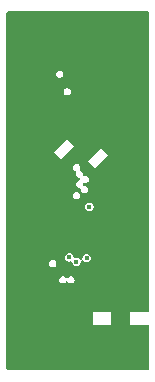
<source format=gbr>
%TF.GenerationSoftware,KiCad,Pcbnew,7.0.9-7.0.9~ubuntu22.04.1*%
%TF.CreationDate,2023-12-01T07:42:16+01:00*%
%TF.ProjectId,jetson-orin-baseboard,6a657473-6f6e-42d6-9f72-696e2d626173,1.1.1*%
%TF.SameCoordinates,Original*%
%TF.FileFunction,Copper,L2,Inr*%
%TF.FilePolarity,Positive*%
%FSLAX46Y46*%
G04 Gerber Fmt 4.6, Leading zero omitted, Abs format (unit mm)*
G04 Created by KiCad (PCBNEW 7.0.9-7.0.9~ubuntu22.04.1) date 2023-12-01 07:42:16*
%MOMM*%
%LPD*%
G01*
G04 APERTURE LIST*
%TA.AperFunction,ViaPad*%
%ADD10C,0.450000*%
%TD*%
G04 APERTURE END LIST*
D10*
%TO.N,GND*%
X91450000Y-102350000D03*
X91750000Y-108800000D03*
X94962501Y-117706675D03*
%TO.N,CSIA_FLG*%
X92272500Y-113200000D03*
%TO.N,CSIB_FLG*%
X92500000Y-108850000D03*
%TO.N,USBC0_FLG*%
X90800000Y-113150000D03*
%TO.N,USBC1_FLG*%
X91412000Y-113500000D03*
%TD*%
%TA.AperFunction,Conductor*%
%TO.N,GND*%
G36*
X97516621Y-92345502D02*
G01*
X97563114Y-92399158D01*
X97574500Y-92451500D01*
X97574500Y-117624000D01*
X97554498Y-117692121D01*
X97500842Y-117738614D01*
X97448500Y-117750000D01*
X95950000Y-117750000D01*
X95950000Y-118850000D01*
X97448500Y-118850000D01*
X97516621Y-118870002D01*
X97563114Y-118923658D01*
X97574500Y-118976000D01*
X97574500Y-122573500D01*
X97554498Y-122641621D01*
X97500842Y-122688114D01*
X97448500Y-122699500D01*
X85601500Y-122699500D01*
X85533379Y-122679498D01*
X85486886Y-122625842D01*
X85475500Y-122573500D01*
X85475500Y-117750000D01*
X92850000Y-117750000D01*
X92850000Y-118850000D01*
X94350000Y-118850000D01*
X94350000Y-117750000D01*
X92850000Y-117750000D01*
X85475500Y-117750000D01*
X85475500Y-115050000D01*
X89944864Y-115050000D01*
X89963265Y-115154361D01*
X90016251Y-115246137D01*
X90097431Y-115314255D01*
X90097434Y-115314257D01*
X90197012Y-115350500D01*
X90197014Y-115350500D01*
X90302987Y-115350500D01*
X90402565Y-115314257D01*
X90402564Y-115314257D01*
X90402568Y-115314256D01*
X90483748Y-115246138D01*
X90485186Y-115243646D01*
X90490880Y-115233786D01*
X90542261Y-115184792D01*
X90611975Y-115171354D01*
X90677886Y-115197740D01*
X90709120Y-115233786D01*
X90716250Y-115246136D01*
X90797431Y-115314255D01*
X90797434Y-115314257D01*
X90897012Y-115350500D01*
X90897014Y-115350500D01*
X91002987Y-115350500D01*
X91102565Y-115314257D01*
X91102564Y-115314257D01*
X91102568Y-115314256D01*
X91183748Y-115246138D01*
X91236734Y-115154363D01*
X91255136Y-115050000D01*
X91236734Y-114945637D01*
X91183748Y-114853862D01*
X91102568Y-114785744D01*
X91102565Y-114785742D01*
X91002988Y-114749500D01*
X91002986Y-114749500D01*
X90897014Y-114749500D01*
X90897012Y-114749500D01*
X90797434Y-114785742D01*
X90797431Y-114785744D01*
X90716250Y-114853863D01*
X90709119Y-114866215D01*
X90657736Y-114915208D01*
X90588023Y-114928644D01*
X90522112Y-114902258D01*
X90490881Y-114866215D01*
X90483749Y-114853863D01*
X90402568Y-114785744D01*
X90402565Y-114785742D01*
X90302988Y-114749500D01*
X90302986Y-114749500D01*
X90197014Y-114749500D01*
X90197012Y-114749500D01*
X90097434Y-114785742D01*
X90097431Y-114785744D01*
X90016251Y-114853862D01*
X89963265Y-114945638D01*
X89944864Y-115049999D01*
X89944864Y-115050000D01*
X85475500Y-115050000D01*
X85475500Y-113668914D01*
X89105171Y-113668914D01*
X89123572Y-113773275D01*
X89176558Y-113865051D01*
X89257738Y-113933169D01*
X89257741Y-113933171D01*
X89357319Y-113969414D01*
X89357321Y-113969414D01*
X89463294Y-113969414D01*
X89562872Y-113933171D01*
X89562871Y-113933171D01*
X89562875Y-113933170D01*
X89644055Y-113865052D01*
X89697041Y-113773277D01*
X89715443Y-113668914D01*
X89697041Y-113564551D01*
X89644055Y-113472776D01*
X89562875Y-113404658D01*
X89562872Y-113404656D01*
X89463295Y-113368414D01*
X89463293Y-113368414D01*
X89357321Y-113368414D01*
X89357319Y-113368414D01*
X89257741Y-113404656D01*
X89257738Y-113404658D01*
X89176558Y-113472776D01*
X89123572Y-113564552D01*
X89105171Y-113668913D01*
X89105171Y-113668914D01*
X85475500Y-113668914D01*
X85475500Y-113150000D01*
X90445131Y-113150000D01*
X90462500Y-113259661D01*
X90462500Y-113259662D01*
X90462501Y-113259663D01*
X90480431Y-113294854D01*
X90512905Y-113358587D01*
X90591413Y-113437095D01*
X90690339Y-113487500D01*
X90800000Y-113504869D01*
X90909661Y-113487500D01*
X90909663Y-113487498D01*
X90919454Y-113485948D01*
X90919745Y-113487785D01*
X90978691Y-113486101D01*
X91039489Y-113522763D01*
X91070814Y-113586475D01*
X91071108Y-113588248D01*
X91074499Y-113609660D01*
X91104691Y-113668914D01*
X91124905Y-113708587D01*
X91203413Y-113787095D01*
X91302339Y-113837500D01*
X91412000Y-113854869D01*
X91521661Y-113837500D01*
X91620587Y-113787095D01*
X91699095Y-113708587D01*
X91749500Y-113609661D01*
X91766869Y-113500000D01*
X91766869Y-113499997D01*
X91766869Y-113494241D01*
X91786871Y-113426120D01*
X91840527Y-113379627D01*
X91910801Y-113369523D01*
X91975381Y-113399017D01*
X91981964Y-113405146D01*
X91985404Y-113408586D01*
X91985405Y-113408587D01*
X92063913Y-113487095D01*
X92162839Y-113537500D01*
X92272500Y-113554869D01*
X92382161Y-113537500D01*
X92481087Y-113487095D01*
X92559595Y-113408587D01*
X92610000Y-113309661D01*
X92627369Y-113200000D01*
X92610000Y-113090339D01*
X92559595Y-112991413D01*
X92481087Y-112912905D01*
X92481086Y-112912904D01*
X92382163Y-112862501D01*
X92382162Y-112862500D01*
X92382161Y-112862500D01*
X92272500Y-112845131D01*
X92162839Y-112862500D01*
X92162837Y-112862500D01*
X92162836Y-112862501D01*
X92063913Y-112912904D01*
X91985404Y-112991413D01*
X91935001Y-113090336D01*
X91935000Y-113090337D01*
X91935000Y-113090339D01*
X91923350Y-113163893D01*
X91917631Y-113200002D01*
X91917631Y-113205759D01*
X91897629Y-113273880D01*
X91843973Y-113320373D01*
X91773699Y-113330477D01*
X91709119Y-113300983D01*
X91702536Y-113294854D01*
X91620586Y-113212904D01*
X91521663Y-113162501D01*
X91521662Y-113162500D01*
X91521661Y-113162500D01*
X91412000Y-113145131D01*
X91302339Y-113162500D01*
X91302336Y-113162501D01*
X91292546Y-113164052D01*
X91292255Y-113162217D01*
X91233289Y-113163893D01*
X91172497Y-113127221D01*
X91141181Y-113063504D01*
X91140907Y-113061853D01*
X91137500Y-113040339D01*
X91087095Y-112941413D01*
X91008587Y-112862905D01*
X91008586Y-112862904D01*
X90909663Y-112812501D01*
X90909662Y-112812500D01*
X90909661Y-112812500D01*
X90800000Y-112795131D01*
X90690339Y-112812500D01*
X90690337Y-112812500D01*
X90690336Y-112812501D01*
X90591413Y-112862904D01*
X90512904Y-112941413D01*
X90462501Y-113040336D01*
X90462500Y-113040337D01*
X90462500Y-113040339D01*
X90445131Y-113150000D01*
X85475500Y-113150000D01*
X85475500Y-108850000D01*
X92145131Y-108850000D01*
X92162500Y-108959661D01*
X92212905Y-109058587D01*
X92291413Y-109137095D01*
X92390339Y-109187500D01*
X92500000Y-109204869D01*
X92609661Y-109187500D01*
X92708587Y-109137095D01*
X92787095Y-109058587D01*
X92837500Y-108959661D01*
X92854869Y-108850000D01*
X92837500Y-108740339D01*
X92787095Y-108641413D01*
X92708587Y-108562905D01*
X92708586Y-108562904D01*
X92609663Y-108512501D01*
X92609662Y-108512500D01*
X92609661Y-108512500D01*
X92500000Y-108495131D01*
X92390339Y-108512500D01*
X92390337Y-108512500D01*
X92390336Y-108512501D01*
X92291413Y-108562904D01*
X92212904Y-108641413D01*
X92162501Y-108740336D01*
X92162500Y-108740337D01*
X92162500Y-108740339D01*
X92145131Y-108850000D01*
X85475500Y-108850000D01*
X85475500Y-107900000D01*
X91094864Y-107900000D01*
X91113265Y-108004361D01*
X91166251Y-108096137D01*
X91247431Y-108164255D01*
X91247434Y-108164257D01*
X91347012Y-108200500D01*
X91347014Y-108200500D01*
X91452987Y-108200500D01*
X91552565Y-108164257D01*
X91552564Y-108164257D01*
X91552568Y-108164256D01*
X91633748Y-108096138D01*
X91686734Y-108004363D01*
X91705136Y-107900000D01*
X91686734Y-107795637D01*
X91633748Y-107703862D01*
X91552568Y-107635744D01*
X91552565Y-107635742D01*
X91452988Y-107599500D01*
X91452986Y-107599500D01*
X91347014Y-107599500D01*
X91347012Y-107599500D01*
X91247434Y-107635742D01*
X91247431Y-107635744D01*
X91166251Y-107703862D01*
X91113265Y-107795638D01*
X91094864Y-107899999D01*
X91094864Y-107900000D01*
X85475500Y-107900000D01*
X85475500Y-105540000D01*
X91124864Y-105540000D01*
X91143265Y-105644361D01*
X91143265Y-105644362D01*
X91143266Y-105644363D01*
X91149382Y-105654956D01*
X91184907Y-105716489D01*
X91196252Y-105736138D01*
X91277432Y-105804256D01*
X91311243Y-105816562D01*
X91368415Y-105858654D01*
X91393754Y-105924975D01*
X91380878Y-105986510D01*
X91381535Y-105986749D01*
X91379874Y-105991311D01*
X91379214Y-105994467D01*
X91377800Y-105997007D01*
X91377765Y-105997104D01*
X91359364Y-106101466D01*
X91359364Y-106101467D01*
X91377765Y-106205828D01*
X91416879Y-106273577D01*
X91430752Y-106297605D01*
X91483297Y-106341695D01*
X91511931Y-106365722D01*
X91511934Y-106365724D01*
X91621873Y-106405738D01*
X91621227Y-106407511D01*
X91672840Y-106433090D01*
X91709310Y-106494004D01*
X91707059Y-106564965D01*
X91666800Y-106623443D01*
X91621373Y-106644188D01*
X91621873Y-106645562D01*
X91511934Y-106685575D01*
X91511931Y-106685577D01*
X91430751Y-106753695D01*
X91377765Y-106845471D01*
X91359364Y-106949832D01*
X91359364Y-106949833D01*
X91377765Y-107054194D01*
X91430751Y-107145970D01*
X91511931Y-107214088D01*
X91511934Y-107214090D01*
X91611512Y-107250333D01*
X91671660Y-107250333D01*
X91739781Y-107270335D01*
X91786274Y-107323991D01*
X91795519Y-107388288D01*
X91795552Y-107388288D01*
X91795552Y-107388520D01*
X91796378Y-107394265D01*
X91795746Y-107398213D01*
X91795552Y-107399312D01*
X91813953Y-107503673D01*
X91866939Y-107595449D01*
X91948119Y-107663567D01*
X91948122Y-107663569D01*
X92047700Y-107699812D01*
X92047702Y-107699812D01*
X92153675Y-107699812D01*
X92253253Y-107663569D01*
X92253252Y-107663569D01*
X92253256Y-107663568D01*
X92334436Y-107595450D01*
X92387422Y-107503675D01*
X92405824Y-107399312D01*
X92387422Y-107294949D01*
X92334436Y-107203174D01*
X92253256Y-107135056D01*
X92253253Y-107135054D01*
X92153676Y-107098812D01*
X92153674Y-107098812D01*
X92093528Y-107098812D01*
X92025407Y-107078810D01*
X91978914Y-107025154D01*
X91968810Y-106954880D01*
X91969442Y-106950933D01*
X91970937Y-106942454D01*
X92002464Y-106878842D01*
X92063377Y-106842372D01*
X92095023Y-106838333D01*
X92202987Y-106838333D01*
X92302565Y-106802090D01*
X92302564Y-106802090D01*
X92302568Y-106802089D01*
X92383748Y-106733971D01*
X92436734Y-106642196D01*
X92455136Y-106537833D01*
X92436734Y-106433470D01*
X92383748Y-106341695D01*
X92302568Y-106273577D01*
X92302565Y-106273575D01*
X92202988Y-106237333D01*
X92202986Y-106237333D01*
X92097014Y-106237333D01*
X92095636Y-106237333D01*
X92027515Y-106217331D01*
X91981022Y-106163675D01*
X91969636Y-106111333D01*
X91969636Y-106101466D01*
X91951234Y-105997105D01*
X91951234Y-105997104D01*
X91898248Y-105905329D01*
X91817068Y-105837211D01*
X91783253Y-105824903D01*
X91726083Y-105782810D01*
X91700745Y-105716489D01*
X91713620Y-105654956D01*
X91712965Y-105654718D01*
X91714624Y-105650159D01*
X91715286Y-105646997D01*
X91716701Y-105644453D01*
X91716734Y-105644362D01*
X91735136Y-105540000D01*
X91735136Y-105539999D01*
X91716734Y-105435638D01*
X91716734Y-105435637D01*
X91663748Y-105343862D01*
X91582568Y-105275744D01*
X91582565Y-105275742D01*
X91482988Y-105239500D01*
X91482986Y-105239500D01*
X91377014Y-105239500D01*
X91377012Y-105239500D01*
X91277434Y-105275742D01*
X91277431Y-105275744D01*
X91196251Y-105343862D01*
X91143265Y-105435638D01*
X91124864Y-105539999D01*
X91124864Y-105540000D01*
X85475500Y-105540000D01*
X85475500Y-105000001D01*
X92400000Y-105000001D01*
X92999999Y-105600000D01*
X93000000Y-105600000D01*
X93000001Y-105600000D01*
X94100000Y-104500001D01*
X94100000Y-104499999D01*
X93500001Y-103900000D01*
X93499999Y-103900000D01*
X92400000Y-104999999D01*
X92400000Y-105000001D01*
X85475500Y-105000001D01*
X85475500Y-104200001D01*
X89500000Y-104200001D01*
X90099999Y-104800000D01*
X90100000Y-104800000D01*
X90100001Y-104800000D01*
X91200000Y-103700001D01*
X91200000Y-103699999D01*
X90600001Y-103100000D01*
X90599999Y-103100000D01*
X89500000Y-104199999D01*
X89500000Y-104200001D01*
X85475500Y-104200001D01*
X85475500Y-99125000D01*
X90319864Y-99125000D01*
X90338265Y-99229361D01*
X90391251Y-99321137D01*
X90472431Y-99389255D01*
X90472434Y-99389257D01*
X90572012Y-99425500D01*
X90572014Y-99425500D01*
X90677987Y-99425500D01*
X90777565Y-99389257D01*
X90777564Y-99389257D01*
X90777568Y-99389256D01*
X90858748Y-99321138D01*
X90911734Y-99229363D01*
X90930136Y-99125000D01*
X90911734Y-99020637D01*
X90858748Y-98928862D01*
X90777568Y-98860744D01*
X90777565Y-98860742D01*
X90677988Y-98824500D01*
X90677986Y-98824500D01*
X90572014Y-98824500D01*
X90572012Y-98824500D01*
X90472434Y-98860742D01*
X90472431Y-98860744D01*
X90391251Y-98928862D01*
X90338265Y-99020638D01*
X90319864Y-99124999D01*
X90319864Y-99125000D01*
X85475500Y-99125000D01*
X85475500Y-97640000D01*
X89694864Y-97640000D01*
X89713265Y-97744361D01*
X89766251Y-97836137D01*
X89847431Y-97904255D01*
X89847434Y-97904257D01*
X89947012Y-97940500D01*
X89947014Y-97940500D01*
X90052987Y-97940500D01*
X90152565Y-97904257D01*
X90152564Y-97904257D01*
X90152568Y-97904256D01*
X90233748Y-97836138D01*
X90286734Y-97744363D01*
X90305136Y-97640000D01*
X90286734Y-97535637D01*
X90233748Y-97443862D01*
X90152568Y-97375744D01*
X90152565Y-97375742D01*
X90052988Y-97339500D01*
X90052986Y-97339500D01*
X89947014Y-97339500D01*
X89947012Y-97339500D01*
X89847434Y-97375742D01*
X89847431Y-97375744D01*
X89766251Y-97443862D01*
X89713265Y-97535638D01*
X89694864Y-97639999D01*
X89694864Y-97640000D01*
X85475500Y-97640000D01*
X85475500Y-92451500D01*
X85495502Y-92383379D01*
X85549158Y-92336886D01*
X85601500Y-92325500D01*
X97448500Y-92325500D01*
X97516621Y-92345502D01*
G37*
%TD.AperFunction*%
%TD*%
M02*

</source>
